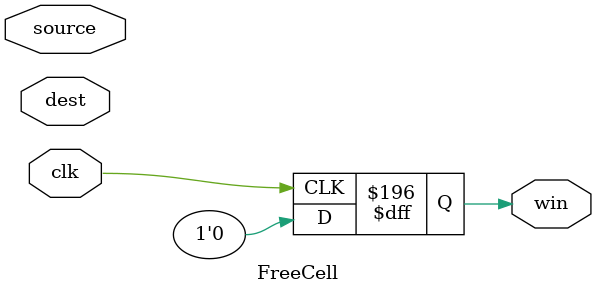
<source format=v>
module FreeCell(
    input clk,
    input [3:0] source, dest,
    output reg win
);
    localparam s=2'b00; //spade
    localparam c=2'b01; //club
    localparam h=2'b10; //heart
    localparam d=2'b11; //diomond

    localparam ace   = 4'b0001;
    localparam two   = 4'b0010;
    localparam three = 4'b0011;
    localparam four  = 4'b0100;
    localparam five  = 4'b0101;
    localparam six   = 4'b0110;
    localparam seven = 4'b0111;
    localparam eight = 4'b1000;
    localparam nine  = 4'b1001;
    localparam ten   = 4'b1010;
    localparam jack  = 4'b1011;
    localparam queen = 4'b1100;
    localparam king  = 4'b1101;

    reg [5:0] tableau[7:0][6:0];
    reg [3:0] home_cells[3:0]; // Array to store home cells
    reg [3:0] source_column; // Extracted source column
    reg [3:0] dest_column; // Extracted destination column
    
    always @(posedge clk) begin
        // Process moves at each clock cycle
        // Extract source and destination columns
        if (source[3] == 0) begin
            source_column <= source[2:0];
        end else if (source[3:2] == 2'b10) begin
            // Handle free cell source
            // You need to add logic for this
            // For simplicity, you can assign source_column to a constant value
            source_column <= 3'b000;
        end else begin
            // Illegal source
            // Mark the move as illegal
            source_column <= 3'b111; // Mark it as an invalid column
        end

        if (dest[3] == 0) begin
            dest_column <= dest[2:0];
        end else if (dest[3:2] == 2'b10) begin
            // Handle free cell destination
            // You need to add logic for this
            // For simplicity, you can assign dest_column to a constant value
            dest_column <= 3'b000;
        end else begin
            // Home cell destination
            // Determine the correct home cell based on the source
            case (source[3:2])
                2'b00: dest_column <= home_cells[0];
                2'b01: dest_column <= home_cells[1];
                2'b10: dest_column <= home_cells[2];
                2'b11: dest_column <= home_cells[3];
                default: dest_column = 3'b111; // Mark it as an invalid column
            endcase
        end

        // Move processing logic
        if (source_column != 3'b111 && dest_column != 3'b111) begin
            // Check if the move is legal and process it
            // You need to add logic for this based on the rules of FreeCell
            // For simplicity, you can update tableau and home_cells based on source and destination
            // and check if the move is a winning move
        end

        // Check if the game is won (you need to add this logic)
        win = 0; // Set to 1 when the game is won
    end

    initial begin
        // Col 1
        tableau[0][0] = {s, four};
        tableau[0][1] = {d, jack};
        tableau[0][2] = {d, ten};
        tableau[0][3] = {d, six};
        tableau[0][4] = {s, three};
        tableau[0][5] = {d, ace};
        tableau[0][6] = {h, ace};

        // Col 2
        tableau[1][0] = {s, five};
        tableau[1][1] = {s, ten};
        tableau[1][2] = {h, eight};
        tableau[1][3] = {c, four};
        tableau[1][4] = {h, six};
        tableau[1][5] = {h, king};
        tableau[1][6] = {h, two};

        // Col 3
        tableau[2][0] = {s, jack};
        tableau[2][1] = {c, seven};
        tableau[2][2] = {c, nine};
        tableau[2][3] = {c, six};
        tableau[2][4] = {c, two};
        tableau[2][5] = {s, king};
        tableau[2][6] = {c, ace};

        // Col 4
        tableau[3][0] = {h, four};
        tableau[3][1] = {s, ace};
        tableau[3][2] = {c, queen};
        tableau[3][3] = {c, five};
        tableau[3][4] = {s, seven};
        tableau[3][5] = {h, nine};
        tableau[3][6] = {s, eight};

        // Col 5
        tableau[4][0] = {d, queen};
        tableau[4][1] = {h, jack};
        tableau[4][2] = {s, queen};
        tableau[4][3] = {s, six};
        tableau[4][4] = {d, two};
        tableau[4][5] = {s, nine};
        //tableau[4][6] = {};

        // Col 6
        tableau[4][0] = {d, five};
        tableau[4][1] = {d, king};
        tableau[4][2] = {c, three};
        tableau[4][3] = {d, nine};
        tableau[4][4] = {h, three};
        tableau[4][5] = {s, two};
        //tableau[4][6] = {}; 

        // Col 7
        tableau[6][0] = {h, five};
        tableau[6][1] = {d, three};
        tableau[6][2] = {h, queen};
        tableau[6][3] = {d, seven};
        tableau[6][4] = {c, king};
        tableau[6][5] = {c, ten};
        //tableau[6][6] = {};

        // Col 8
        tableau[7][0] = {c, jack};
        tableau[7][1] = {d, four};
        tableau[7][2] = {h, ten};
        tableau[7][3] = {c, eight};
        tableau[7][4] = {h, seven};
        tableau[7][5] = {d, eight};
        // tableau[7][6] = {};   


    end



















endmodule
</source>
